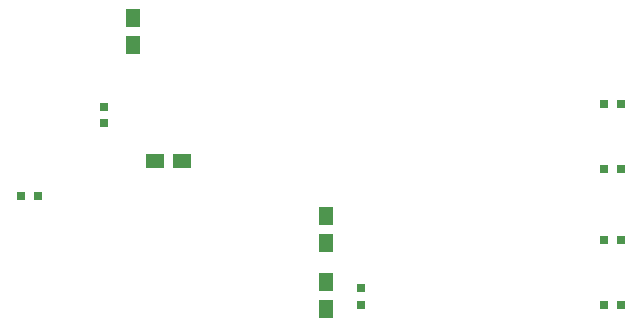
<source format=gbr>
%TF.GenerationSoftware,Altium Limited,Altium Designer,24.0.1 (36)*%
G04 Layer_Color=128*
%FSLAX45Y45*%
%MOMM*%
%TF.SameCoordinates,65C793CC-7C80-44E8-9821-AA658A2EEAB5*%
%TF.FilePolarity,Positive*%
%TF.FileFunction,Paste,Bot*%
%TF.Part,Single*%
G01*
G75*
%TA.AperFunction,SMDPad,CuDef*%
G04:AMPARAMS|DCode=81|XSize=1.484mm|YSize=1.23mm|CornerRadius=0.07525mm|HoleSize=0mm|Usage=FLASHONLY|Rotation=0.000|XOffset=0mm|YOffset=0mm|HoleType=Round|Shape=RoundedRectangle|*
%AMROUNDEDRECTD81*
21,1,1.48400,1.07950,0,0,0.0*
21,1,1.33350,1.23000,0,0,0.0*
1,1,0.15050,0.66675,-0.53975*
1,1,0.15050,-0.66675,-0.53975*
1,1,0.15050,-0.66675,0.53975*
1,1,0.15050,0.66675,0.53975*
%
%ADD81ROUNDEDRECTD81*%
G04:AMPARAMS|DCode=83|XSize=1.484mm|YSize=1.23mm|CornerRadius=0.07525mm|HoleSize=0mm|Usage=FLASHONLY|Rotation=270.000|XOffset=0mm|YOffset=0mm|HoleType=Round|Shape=RoundedRectangle|*
%AMROUNDEDRECTD83*
21,1,1.48400,1.07950,0,0,270.0*
21,1,1.33350,1.23000,0,0,270.0*
1,1,0.15050,-0.53975,-0.66675*
1,1,0.15050,-0.53975,0.66675*
1,1,0.15050,0.53975,0.66675*
1,1,0.15050,0.53975,-0.66675*
%
%ADD83ROUNDEDRECTD83*%
G04:AMPARAMS|DCode=85|XSize=0.722mm|YSize=0.722mm|CornerRadius=0.0181mm|HoleSize=0mm|Usage=FLASHONLY|Rotation=0.000|XOffset=0mm|YOffset=0mm|HoleType=Round|Shape=RoundedRectangle|*
%AMROUNDEDRECTD85*
21,1,0.72200,0.68580,0,0,0.0*
21,1,0.68580,0.72200,0,0,0.0*
1,1,0.03620,0.34290,-0.34290*
1,1,0.03620,-0.34290,-0.34290*
1,1,0.03620,-0.34290,0.34290*
1,1,0.03620,0.34290,0.34290*
%
%ADD85ROUNDEDRECTD85*%
G04:AMPARAMS|DCode=86|XSize=0.722mm|YSize=0.722mm|CornerRadius=0.0181mm|HoleSize=0mm|Usage=FLASHONLY|Rotation=90.000|XOffset=0mm|YOffset=0mm|HoleType=Round|Shape=RoundedRectangle|*
%AMROUNDEDRECTD86*
21,1,0.72200,0.68580,0,0,90.0*
21,1,0.68580,0.72200,0,0,90.0*
1,1,0.03620,0.34290,0.34290*
1,1,0.03620,0.34290,-0.34290*
1,1,0.03620,-0.34290,-0.34290*
1,1,0.03620,-0.34290,0.34290*
%
%ADD86ROUNDEDRECTD86*%
D81*
X2507000Y1516500D02*
D03*
X2735600D02*
D03*
D83*
X2316500Y2723000D02*
D03*
Y2494400D02*
D03*
X3954800Y259200D02*
D03*
Y487800D02*
D03*
Y818000D02*
D03*
Y1046600D02*
D03*
D85*
X1371600Y1219200D02*
D03*
X1511300D02*
D03*
X6450000Y300000D02*
D03*
X6310300D02*
D03*
X6450000Y850000D02*
D03*
X6310300D02*
D03*
X6450000Y1450000D02*
D03*
X6310300D02*
D03*
X6450000Y2000000D02*
D03*
X6310300D02*
D03*
D86*
X4250000Y439700D02*
D03*
Y300000D02*
D03*
X2075200Y1973700D02*
D03*
Y1834000D02*
D03*
%TF.MD5,176585ea43cd5b828aff38a38e1ee65d*%
M02*

</source>
